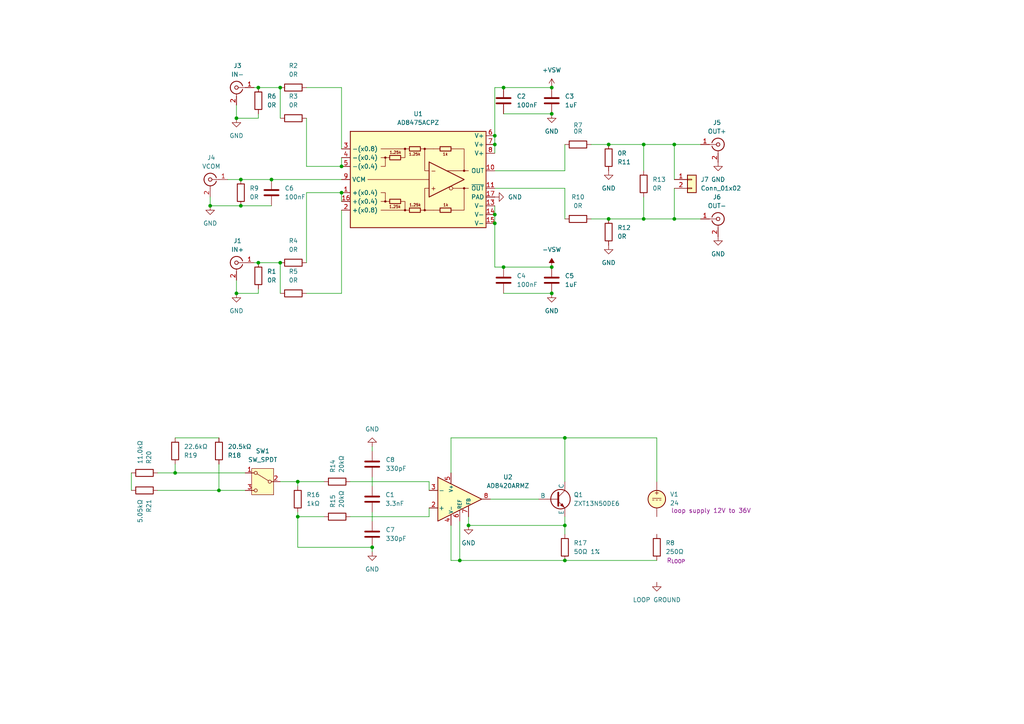
<source format=kicad_sch>
(kicad_sch (version 20250114) (generator "eeschema") (generator_version "9.0")
  (paper "A4")
  (lib_symbols
    (symbol "Connector:Conn_Coaxial" (pin_names (offset 1.016) (hide yes))
      (property "Reference" "J" (at 0.254 3.048 0))
      (property "Value" "Conn_Coaxial" (at 2.921 0 90))
      (symbol "Conn_Coaxial_0_1"
        (polyline (pts (xy -2.54 0) (xy -0.508 0)))
        (arc (start 1.778 0) (mid 0.222 -1.8079) (end -1.778 -0.508) (stroke (width 0.254)))
        (arc (start -1.778 0.508) (mid 0.2221 1.8084) (end 1.778 0) (stroke (width 0.254)))
        (circle (center 0 0) (radius 0.508) (stroke (width 0.2032)))
        (polyline (pts (xy 0 -2.54) (xy 0 -1.778)))
      )
      (symbol "Conn_Coaxial_1_1"
        (pin passive line (at -5.08 0 0) (length 2.54) (name "In") (number "1"))
        (pin passive line (at 0 -5.08 90) (length 2.54) (name "Ext") (number "2"))
      )
    )
    (symbol "Connector_Generic:Conn_01x02" (pin_names (offset 1.016) (hide yes))
      (property "Reference" "J" (at 0 2.54 0))
      (property "Value" "Conn_01x02" (at 0 -5.08 0))
      (symbol "Conn_01x02_1_1"
        (rectangle (start -1.27 1.27) (end 1.27 -3.81) (stroke (width 0.254)) (fill (type background)))
        (rectangle (start -1.27 0.127) (end 0 -0.127) (stroke (width 0.1524)))
        (rectangle (start -1.27 -2.413) (end 0 -2.667) (stroke (width 0.1524)))
        (pin passive line (at -5.08 0 0) (length 3.81) (name "Pin_1") (number "1"))
        (pin passive line (at -5.08 -2.54 0) (length 3.81) (name "Pin_2") (number "2"))
      )
    )
    (symbol "PCM_Amplifier_Differential_AKL:AD8475ACPZ"
      (property "Reference" "U" (at 0 19.05 0))
      (property "Value" "AD8475ACPZ" (at 0 16.51 0))
      (symbol "AD8475ACPZ_0_0"
        (rectangle (start -20.32 13.97) (end 19.05 -13.97) (stroke (width 0.254)) (fill (type background)))
        (circle (center -10.16 6.35) (radius 0.254) (stroke (width 0.1524)) (fill (type outline)))
        (polyline (pts (xy -10.16 6.35) (xy -10.16 3.81) (xy -11.43 3.81)) (stroke (width 0.1524)))
        (circle (center -10.16 -6.35) (radius 0.254) (stroke (width 0.1524)) (fill (type outline)))
        (polyline (pts (xy -10.16 -6.35) (xy -10.16 -3.81) (xy -11.43 -3.81)) (stroke (width 0.1524)))
        (polyline (pts (xy -8.89 6.35) (xy -11.43 6.35)) (stroke (width 0.1524)))
        (polyline (pts (xy -8.89 -6.35) (xy -11.43 -6.35)) (stroke (width 0.1524)))
        (polyline (pts (xy -5.715 6.35) (xy -4.445 6.35) (xy -4.445 8.89)) (stroke (width 0.1524)))
        (polyline (pts (xy -5.715 -6.35) (xy -4.445 -6.35) (xy -4.445 -8.89)) (stroke (width 0.1524)))
        (circle (center -4.445 8.89) (radius 0.254) (stroke (width 0.1524)) (fill (type outline)))
        (polyline (pts (xy -4.445 8.89) (xy -11.43 8.89)) (stroke (width 0.1524)))
        (circle (center -4.445 -8.89) (radius 0.254) (stroke (width 0.1524)) (fill (type outline)))
        (polyline (pts (xy -3.175 8.89) (xy -4.445 8.89)) (stroke (width 0.1524)))
        (polyline (pts (xy -3.175 -8.89) (xy -11.43 -8.89)) (stroke (width 0.1524)))
        (polyline (pts (xy 0 -8.89) (xy 1.27 -8.89) (xy 1.27 -2.54) (xy 2.54 -2.54)) (stroke (width 0.1524)))
        (polyline (pts (xy 1.27 8.89) (xy 3.81 8.89)) (stroke (width 0.1524)))
        (circle (center 1.27 8.89) (radius 0.254) (stroke (width 0.1524)) (fill (type outline)))
        (circle (center 1.27 -8.89) (radius 0.254) (stroke (width 0.1524)) (fill (type outline)))
        (polyline (pts (xy 2.54 2.54) (xy 1.27 2.54) (xy 1.27 8.89) (xy 0 8.89)) (stroke (width 0.1524)))
        (polyline (pts (xy 3.81 -8.89) (xy 1.27 -8.89)) (stroke (width 0.1524)))
        (polyline (pts (xy 5.715 8.89) (xy 3.81 8.89)) (stroke (width 0.1524)))
        (polyline (pts (xy 5.715 -8.89) (xy 3.81 -8.89)) (stroke (width 0.1524)))
        (polyline (pts (xy 8.89 8.89) (xy 12.7 8.89) (xy 12.7 2.54) (xy 7.62 2.54)) (stroke (width 0.1524)))
        (circle (center 8.89 -2.54) (radius 0.508) (stroke (width 0.1524)))
        (polyline (pts (xy 9.525 -2.54) (xy 9.398 -2.54)) (stroke (width 0.1524)))
        (polyline (pts (xy 11.43 -2.54) (xy 9.525 -2.54)) (stroke (width 0.1524)))
        (polyline (pts (xy 11.43 -2.54) (xy 12.7 -2.54) (xy 12.7 -8.89) (xy 8.89 -8.89)) (stroke (width 0.1524)))
        (polyline (pts (xy 12.7 2.54) (xy 13.97 2.54)) (stroke (width 0.1524)))
        (circle (center 12.7 2.54) (radius 0.254) (stroke (width 0.1524)) (fill (type outline)))
        (polyline (pts (xy 12.7 -2.54) (xy 13.97 -2.54)) (stroke (width 0.1524)))
        (circle (center 12.7 -2.54) (radius 0.254) (stroke (width 0.1524)) (fill (type outline)))
        (text "1.25k" (at -7.366 -7.874 0) (effects (font (size 0.8 0.8))))
        (text "1.25k" (at -7.239 7.874 0) (effects (font (size 0.8 0.8))))
        (text "1.25k" (at -1.651 7.366 0) (effects (font (size 0.8 0.8))))
        (text "1.25k" (at -1.524 -7.366 0) (effects (font (size 0.8 0.8))))
        (text "-" (at 3.81 2.54 0) (effects (font (size 1.27 1.27))))
        (text "+" (at 3.81 -2.54 0) (effects (font (size 1.27 1.27))))
        (text "1k" (at 7.239 7.366 0) (effects (font (size 0.8 0.8))))
        (text "1k" (at 7.366 -7.366 0) (effects (font (size 0.8 0.8))))
      )
      (symbol "AD8475ACPZ_0_1"
        (rectangle (start -8.89 6.985) (end -5.715 5.715) (stroke (width 0.254)))
        (rectangle (start -5.715 -6.985) (end -8.89 -5.715) (stroke (width 0.254)))
        (rectangle (start -3.175 -8.255) (end 0 -9.525) (stroke (width 0.254)))
        (rectangle (start 0 8.255) (end -3.175 9.525) (stroke (width 0.254)))
        (rectangle (start 5.715 -8.255) (end 8.89 -9.525) (stroke (width 0.254)))
        (rectangle (start 8.89 8.255) (end 5.715 9.525) (stroke (width 0.254)))
      )
      (symbol "AD8475ACPZ_0_2"
        (polyline (pts (xy -8.001 5.842) (xy -8.509 6.858) (xy -8.763 6.35)) (stroke (width 0.254)))
        (polyline (pts (xy -8.001 -6.858) (xy -8.509 -5.842) (xy -8.763 -6.35)) (stroke (width 0.254)))
        (polyline (pts (xy -5.715 6.35) (xy -5.969 5.842) (xy -6.477 6.858) (xy -6.985 5.842) (xy -7.493 6.858) (xy -8.001 5.842)) (stroke (width 0.254)))
        (polyline (pts (xy -5.715 -6.35) (xy -5.969 -6.858) (xy -6.477 -5.842) (xy -6.985 -6.858) (xy -7.493 -5.842) (xy -8.001 -6.858)) (stroke (width 0.254)))
        (polyline (pts (xy -2.286 8.382) (xy -2.794 9.398) (xy -3.048 8.89)) (stroke (width 0.254)))
        (polyline (pts (xy -2.286 -9.398) (xy -2.794 -8.382) (xy -3.048 -8.89)) (stroke (width 0.254)))
        (polyline (pts (xy 0 8.89) (xy -0.254 8.382) (xy -0.762 9.398) (xy -1.27 8.382) (xy -1.778 9.398) (xy -2.286 8.382)) (stroke (width 0.254)))
        (polyline (pts (xy 0 -8.89) (xy -0.254 -9.398) (xy -0.762 -8.382) (xy -1.27 -9.398) (xy -1.778 -8.382) (xy -2.286 -9.398)) (stroke (width 0.254)))
        (polyline (pts (xy 6.604 8.382) (xy 6.096 9.398) (xy 5.842 8.89)) (stroke (width 0.254)))
        (polyline (pts (xy 6.604 -9.398) (xy 6.096 -8.382) (xy 5.842 -8.89)) (stroke (width 0.254)))
        (polyline (pts (xy 8.89 8.89) (xy 8.636 8.382) (xy 8.128 9.398) (xy 7.62 8.382) (xy 7.112 9.398) (xy 6.604 8.382)) (stroke (width 0.254)))
        (polyline (pts (xy 8.89 -8.89) (xy 8.636 -9.398) (xy 8.128 -8.382) (xy 7.62 -9.398) (xy 7.112 -8.382) (xy 6.604 -9.398)) (stroke (width 0.254)))
      )
      (symbol "AD8475ACPZ_1_0"
        (polyline (pts (xy 2.54 5.08) (xy 2.54 -5.08) (xy 12.7 0) (xy 2.54 5.08)) (stroke (width 0.254)))
        (polyline (pts (xy 2.54 0) (xy -15.24 0)) (stroke (width 0.1524)))
      )
      (symbol "AD8475ACPZ_1_1"
        (pin input line (at -22.86 8.89 0) (length 2.54) (name "-(x0.8)") (number "3"))
        (pin input line (at -22.86 6.35 0) (length 2.54) (name "-(x0.4)") (number "4"))
        (pin input line (at -22.86 3.81 0) (length 2.54) (name "-(x0.4)") (number "5"))
        (pin input line (at -22.86 0 0) (length 2.54) (name "VCM") (number "9"))
        (pin input line (at -22.86 -3.81 0) (length 2.54) (name "+(x0.4)") (number "1"))
        (pin input line (at -22.86 -6.35 0) (length 2.54) (name "+(x0.4)") (number "16"))
        (pin input line (at -22.86 -8.89 0) (length 2.54) (name "+(x0.8)") (number "2"))
        (pin free line (at -1.27 0 0) (length 2.54) (hide yes) (name "NC") (number "12"))
        (pin power_in line (at 21.59 12.7 180) (length 2.54) (name "V+") (number "6"))
        (pin power_in line (at 21.59 10.16 180) (length 2.54) (name "V+") (number "7"))
        (pin power_in line (at 21.59 7.62 180) (length 2.54) (name "V+") (number "8"))
        (pin output line (at 21.59 2.54 180) (length 2.54) (name "OUT") (number "10"))
        (pin output line (at 21.59 -2.54 180) (length 2.54) (name "~{OUT}") (number "11"))
        (pin power_in line (at 21.59 -5.08 180) (length 2.54) (name "PAD") (number "17"))
        (pin power_in line (at 21.59 -7.62 180) (length 2.54) (name "V-") (number "13"))
        (pin power_in line (at 21.59 -10.16 180) (length 2.54) (name "V-") (number "14"))
        (pin power_in line (at 21.59 -12.7 180) (length 2.54) (name "V-") (number "15"))
      )
      (symbol "AD8475ACPZ_1_2"
        (pin input line (at -22.86 8.89 0) (length 2.54) (name "-(x0.8)") (number "3"))
        (pin input line (at -22.86 6.35 0) (length 2.54) (name "-(x0.4)") (number "4"))
        (pin input line (at -22.86 3.81 0) (length 2.54) (name "-(x0.4)") (number "5"))
        (pin input line (at -22.86 0 0) (length 2.54) (name "VCM") (number "9"))
        (pin input line (at -22.86 -3.81 0) (length 2.54) (name "+(x0.4)") (number "1"))
        (pin input line (at -22.86 -6.35 0) (length 2.54) (name "+(x0.4)") (number "16"))
        (pin input line (at -22.86 -8.89 0) (length 2.54) (name "+(x0.8)") (number "2"))
        (pin free line (at -1.27 0 0) (length 2.54) (hide yes) (name "NC") (number "12"))
        (pin power_in line (at 21.59 12.7 180) (length 2.54) (name "V+") (number "6"))
        (pin power_in line (at 21.59 10.16 180) (length 2.54) (name "V+") (number "7"))
        (pin power_in line (at 21.59 7.62 180) (length 2.54) (name "V+") (number "8"))
        (pin output line (at 21.59 2.54 180) (length 2.54) (name "OUT") (number "10"))
        (pin output line (at 21.59 -2.54 180) (length 2.54) (name "~{OUT}") (number "11"))
        (pin power_in line (at 21.59 -5.08 180) (length 2.54) (name "PAD") (number "17"))
        (pin power_in line (at 21.59 -7.62 180) (length 2.54) (name "V-") (number "13"))
        (pin power_in line (at 21.59 -10.16 180) (length 2.54) (name "V-") (number "14"))
        (pin power_in line (at 21.59 -12.7 180) (length 2.54) (name "V-") (number "15"))
      )
    )
    (symbol "PCM_Amplifier_Instrumentation_AKL:AD8420ARMZ" (pin_names (offset 0.2))
      (property "Reference" "U" (at 6.35 7.62 0))
      (property "Value" "AD8420ARMZ" (at 6.35 5.08 0))
      (symbol "AD8420ARMZ_0_1"
        (polyline (pts (xy -1.27 6.35) (xy -1.27 -6.35) (xy 11.43 0) (xy -1.27 6.35)) (stroke (width 0.254)) (fill (type background)))
      )
      (symbol "AD8420ARMZ_1_1"
        (pin input line (at -3.81 2.54 0) (length 2.54) (name "-") (number "3"))
        (pin input line (at -3.81 -2.54 0) (length 2.54) (name "+") (number "2"))
        (pin no_connect line (at 1.27 0 0) (length 2.54) (hide yes) (name "NC") (number "1"))
        (pin power_in line (at 2.54 7.62 270) (length 3.18) (name "V+") (number "5"))
        (pin power_in line (at 2.54 -7.62 90) (length 3.18) (name "V-") (number "4"))
        (pin input line (at 5.08 -6.35 90) (length 3.18) (name "REF") (number "6"))
        (pin input line (at 7.62 -5.08 90) (length 3.18) (name "FB") (number "7"))
        (pin output line (at 13.97 0 180) (length 2.54) (name "~") (number "8"))
      )
    )
    (symbol "PCM_Capacitor_AKL:C_1206" (pin_numbers (hide yes)) (pin_names (offset 0.254))
      (property "Reference" "C" (at 0.635 2.54 0))
      (property "Value" "C_1206" (at 0.635 -2.54 0))
      (symbol "C_1206_0_1"
        (polyline (pts (xy -2.032 0.762) (xy 2.032 0.762)) (stroke (width 0.508)))
        (polyline (pts (xy -2.032 -0.762) (xy 2.032 -0.762)) (stroke (width 0.508)))
      )
      (symbol "C_1206_0_2"
        (polyline (pts (xy -2.54 -2.54) (xy -0.381 -0.381)))
        (polyline (pts (xy -0.508 -0.508) (xy -1.651 0.635)) (stroke (width 0.508)))
        (polyline (pts (xy -0.508 -0.508) (xy 0.635 -1.651)) (stroke (width 0.508)))
        (polyline (pts (xy 0.381 0.381) (xy 2.54 2.54)))
        (polyline (pts (xy 0.508 0.508) (xy -0.635 1.651)) (stroke (width 0.508)))
        (polyline (pts (xy 0.508 0.508) (xy 1.651 -0.635)) (stroke (width 0.508)))
      )
      (symbol "C_1206_1_1"
        (pin passive line (at 0 3.81 270) (length 2.794) (name "~") (number "1"))
        (pin passive line (at 0 -3.81 90) (length 2.794) (name "~") (number "2"))
      )
      (symbol "C_1206_1_2"
        (pin passive line (at -2.54 -2.54 90) (length 0) (name "~") (number "2"))
        (pin passive line (at 2.54 2.54 270) (length 0) (name "~") (number "1"))
      )
    )
    (symbol "PCM_Resistor_AKL:R_1206" (pin_numbers (hide yes)) (pin_names (offset 0))
      (property "Reference" "R" (at 2.54 1.27 0))
      (property "Value" "R_1206" (at 2.54 -1.27 0))
      (symbol "R_1206_0_1"
        (rectangle (start -1.016 2.54) (end 1.016 -2.54) (stroke (width 0.254)))
      )
      (symbol "R_1206_0_2"
        (polyline (pts (xy -2.54 -2.54) (xy -1.524 -1.524)))
        (polyline (pts (xy 1.524 1.524) (xy 2.54 2.54)))
        (polyline (pts (xy 1.524 1.524) (xy 0.889 2.159) (xy -2.159 -0.889) (xy -0.889 -2.159) (xy 2.159 0.889) (xy 1.524 1.524)) (stroke (width 0.254)))
      )
      (symbol "R_1206_1_1"
        (pin passive line (at 0 3.81 270) (length 1.27) (name "~") (number "1"))
        (pin passive line (at 0 -3.81 90) (length 1.27) (name "~") (number "2"))
      )
      (symbol "R_1206_1_2"
        (pin passive line (at -2.54 -2.54 0) (length 0) (name "") (number "2"))
        (pin passive line (at 2.54 2.54 180) (length 0) (name "") (number "1"))
      )
    )
    (symbol "Simulation_SPICE:NPN" (pin_numbers (hide yes)) (pin_names (offset 0))
      (property "Reference" "Q" (at -2.54 7.62 0))
      (property "Value" "NPN" (at -2.54 5.08 0))
      (symbol "NPN_0_1"
        (polyline (pts (xy -2.54 0) (xy 0.635 0)) (stroke (width 0.1524)))
        (polyline (pts (xy 0.635 1.905) (xy 0.635 -1.905) (xy 0.635 -1.905)) (stroke (width 0.508)))
        (polyline (pts (xy 0.635 0.635) (xy 2.54 2.54)))
        (polyline (pts (xy 0.635 -0.635) (xy 2.54 -2.54) (xy 2.54 -2.54)))
        (circle (center 1.27 0) (radius 2.8194) (stroke (width 0.254)))
        (polyline (pts (xy 1.27 -1.778) (xy 1.778 -1.27) (xy 2.286 -2.286) (xy 1.27 -1.778) (xy 1.27 -1.778)) (fill (type outline)))
        (polyline (pts (xy 2.794 -1.27) (xy 2.794 -1.27)) (stroke (width 0.1524)))
        (polyline (pts (xy 2.794 -1.27) (xy 2.794 -1.27)) (stroke (width 0.1524)))
      )
      (symbol "NPN_1_1"
        (pin input line (at -5.08 0 0) (length 2.54) (name "B") (number "2"))
        (pin open_collector line (at 2.54 5.08 270) (length 2.54) (name "C") (number "1"))
        (pin open_emitter line (at 2.54 -5.08 90) (length 2.54) (name "E") (number "3"))
      )
    )
    (symbol "Simulation_SPICE:VDC" (pin_numbers (hide yes)) (pin_names (offset 0.0254))
      (property "Reference" "V" (at 2.54 2.54 0))
      (property "Value" "1" (at 2.54 0 0))
      (symbol "VDC_0_0"
        (polyline (pts (xy -1.27 0.254) (xy 1.27 0.254)))
        (polyline (pts (xy -0.762 -0.254) (xy -1.27 -0.254)))
        (polyline (pts (xy 0.254 -0.254) (xy -0.254 -0.254)))
        (polyline (pts (xy 1.27 -0.254) (xy 0.762 -0.254)))
        (text "+" (at 0 1.905 0) (effects (font (size 1.27 1.27))))
      )
      (symbol "VDC_0_1"
        (circle (center 0 0) (radius 2.54) (stroke (width 0.254)) (fill (type background)))
      )
      (symbol "VDC_1_1"
        (pin passive line (at 0 5.08 270) (length 2.54) (name "~") (number "1"))
        (pin passive line (at 0 -5.08 90) (length 2.54) (name "~") (number "2"))
      )
    )
    (symbol "Switch:SW_SPDT" (pin_names (offset 0) (hide yes))
      (property "Reference" "SW" (at 0 5.08 0))
      (property "Value" "SW_SPDT" (at 0 -5.08 0))
      (symbol "SW_SPDT_0_1"
        (circle (center -2.032 0) (radius 0.4572))
        (polyline (pts (xy -1.651 0.254) (xy 1.651 2.286)))
        (circle (center 2.032 2.54) (radius 0.4572))
        (circle (center 2.032 -2.54) (radius 0.4572))
      )
      (symbol "SW_SPDT_1_1"
        (rectangle (start -3.175 3.81) (end 3.175 -3.81) (fill (type background)))
        (pin passive line (at -5.08 0 0) (length 2.54) (name "B") (number "2"))
        (pin passive line (at 5.08 2.54 180) (length 2.54) (name "A") (number "1"))
        (pin passive line (at 5.08 -2.54 180) (length 2.54) (name "C") (number "3"))
      )
    )
    (symbol "power:+VSW" (power) (pin_numbers (hide yes)) (pin_names (offset 0) (hide yes))
      (property "Value" "+VSW" (at 0 3.556 0))
      (symbol "+VSW_0_1"
        (polyline (pts (xy -0.762 1.27) (xy 0 2.54)))
        (polyline (pts (xy 0 2.54) (xy 0.762 1.27)))
        (polyline (pts (xy 0 0) (xy 0 2.54)))
      )
      (symbol "+VSW_1_1"
        (pin power_in line (at 0 0 90) (length 0) (name "~") (number "1"))
      )
    )
    (symbol "power:-VSW" (power) (pin_numbers (hide yes)) (pin_names (offset 0) (hide yes))
      (property "Value" "-VSW" (at 0 3.556 0))
      (symbol "-VSW_0_0"
        (pin power_in line (at 0 0 90) (length 0) (name "~") (number "1"))
      )
      (symbol "-VSW_0_1"
        (polyline (pts (xy 0 0) (xy 0 1.27) (xy 0.762 1.27) (xy 0 2.54) (xy -0.762 1.27) (xy 0 1.27)) (fill (type outline)))
      )
    )
    (symbol "power:GND" (power) (pin_numbers (hide yes)) (pin_names (offset 0) (hide yes))
      (property "Value" "GND" (at 0 -3.81 0))
      (symbol "GND_0_1"
        (polyline (pts (xy 0 0) (xy 0 -1.27) (xy 1.27 -1.27) (xy 0 -2.54) (xy -1.27 -1.27) (xy 0 -1.27)))
      )
      (symbol "GND_1_1"
        (pin power_in line (at 0 0 270) (length 0) (name "~") (number "1"))
      )
    )
  )
  (junction (at 186.69 41.91))
  (junction (at 135.89 152.4))
  (junction (at 163.83 152.4))
  (junction (at 99.06 48.26))
  (junction (at 86.36 149.86))
  (junction (at 176.53 63.5))
  (junction (at 160.02 33.02))
  (junction (at 195.58 63.5))
  (junction (at 81.28 25.4))
  (junction (at 74.93 25.4))
  (junction (at 74.93 76.2))
  (junction (at 160.02 77.47))
  (junction (at 86.36 139.7))
  (junction (at 143.51 41.91))
  (junction (at 63.5 142.24))
  (junction (at 163.83 127))
  (junction (at 146.05 25.4))
  (junction (at 68.58 85.09))
  (junction (at 81.28 76.2))
  (junction (at 50.8 137.16))
  (junction (at 78.74 52.07))
  (junction (at 60.96 59.69))
  (junction (at 99.06 55.88))
  (junction (at 163.83 162.56))
  (junction (at 176.53 41.91))
  (junction (at 133.35 162.56))
  (junction (at 69.85 59.69))
  (junction (at 186.69 63.5))
  (junction (at 195.58 41.91))
  (junction (at 69.85 52.07))
  (junction (at 143.51 62.23))
  (junction (at 146.05 77.47))
  (junction (at 160.02 25.4))
  (junction (at 143.51 39.37))
  (junction (at 68.58 34.29))
  (junction (at 160.02 85.09))
  (junction (at 107.95 158.75))
  (junction (at 143.51 64.77))
  (wire (pts (xy 195.58 41.91) (xy 195.58 52.07)))
  (wire (pts (xy 186.69 41.91) (xy 186.69 49.53)))
  (wire (pts (xy 74.93 34.29) (xy 74.93 33.02)))
  (wire (pts (xy 74.93 76.2) (xy 81.28 76.2)))
  (wire (pts (xy 143.51 41.91) (xy 143.51 39.37)))
  (wire (pts (xy 74.93 85.09) (xy 74.93 83.82)))
  (wire (pts (xy 81.28 139.7) (xy 86.36 139.7)))
  (wire (pts (xy 68.58 34.29) (xy 74.93 34.29)))
  (wire (pts (xy 107.95 160.02) (xy 107.95 158.75)))
  (wire (pts (xy 101.6 149.86) (xy 124.46 149.86)))
  (wire (pts (xy 50.8 134.62) (xy 50.8 137.16)))
  (wire (pts (xy 107.95 148.59) (xy 107.95 151.13)))
  (wire (pts (xy 45.72 142.24) (xy 63.5 142.24)))
  (wire (pts (xy 195.58 54.61) (xy 195.58 63.5)))
  (wire (pts (xy 143.51 77.47) (xy 143.51 64.77)))
  (wire (pts (xy 86.36 139.7) (xy 93.98 139.7)))
  (wire (pts (xy 88.9 55.88) (xy 99.06 55.88)))
  (wire (pts (xy 124.46 142.24) (xy 124.46 139.7)))
  (wire (pts (xy 146.05 77.47) (xy 160.02 77.47)))
  (wire (pts (xy 81.28 25.4) (xy 81.28 34.29)))
  (wire (pts (xy 143.51 25.4) (xy 143.51 39.37)))
  (wire (pts (xy 86.36 148.59) (xy 86.36 149.86)))
  (wire (pts (xy 86.36 139.7) (xy 86.36 140.97)))
  (wire (pts (xy 69.85 52.07) (xy 78.74 52.07)))
  (wire (pts (xy 99.06 25.4) (xy 99.06 43.18)))
  (wire (pts (xy 101.6 139.7) (xy 124.46 139.7)))
  (wire (pts (xy 143.51 54.61) (xy 163.83 54.61)))
  (wire (pts (xy 186.69 41.91) (xy 195.58 41.91)))
  (wire (pts (xy 99.06 85.09) (xy 99.06 60.96)))
  (wire (pts (xy 63.5 134.62) (xy 63.5 142.24)))
  (wire (pts (xy 88.9 85.09) (xy 99.06 85.09)))
  (wire (pts (xy 143.51 77.47) (xy 146.05 77.47)))
  (wire (pts (xy 66.04 52.07) (xy 69.85 52.07)))
  (wire (pts (xy 146.05 85.09) (xy 160.02 85.09)))
  (wire (pts (xy 74.93 25.4) (xy 81.28 25.4)))
  (wire (pts (xy 143.51 62.23) (xy 143.51 64.77)))
  (wire (pts (xy 163.83 127) (xy 163.83 139.7)))
  (wire (pts (xy 69.85 59.69) (xy 78.74 59.69)))
  (wire (pts (xy 45.72 137.16) (xy 50.8 137.16)))
  (wire (pts (xy 176.53 63.5) (xy 186.69 63.5)))
  (wire (pts (xy 99.06 45.72) (xy 99.06 48.26)))
  (wire (pts (xy 86.36 158.75) (xy 107.95 158.75)))
  (wire (pts (xy 107.95 138.43) (xy 107.95 140.97)))
  (wire (pts (xy 60.96 59.69) (xy 69.85 59.69)))
  (wire (pts (xy 195.58 63.5) (xy 203.2 63.5)))
  (wire (pts (xy 68.58 81.28) (xy 68.58 85.09)))
  (wire (pts (xy 50.8 137.16) (xy 71.12 137.16)))
  (wire (pts (xy 163.83 162.56) (xy 190.5 162.56)))
  (wire (pts (xy 135.89 152.4) (xy 163.83 152.4)))
  (wire (pts (xy 176.53 41.91) (xy 186.69 41.91)))
  (wire (pts (xy 171.45 63.5) (xy 176.53 63.5)))
  (wire (pts (xy 88.9 25.4) (xy 99.06 25.4)))
  (wire (pts (xy 107.95 129.54) (xy 107.95 130.81)))
  (wire (pts (xy 130.81 127) (xy 130.81 137.16)))
  (wire (pts (xy 171.45 41.91) (xy 176.53 41.91)))
  (wire (pts (xy 135.89 152.4) (xy 135.89 149.86)))
  (wire (pts (xy 143.51 59.69) (xy 143.51 62.23)))
  (wire (pts (xy 146.05 33.02) (xy 160.02 33.02)))
  (wire (pts (xy 142.24 144.78) (xy 156.21 144.78)))
  (wire (pts (xy 195.58 41.91) (xy 203.2 41.91)))
  (wire (pts (xy 163.83 54.61) (xy 163.83 63.5)))
  (wire (pts (xy 130.81 162.56) (xy 133.35 162.56)))
  (wire (pts (xy 143.51 25.4) (xy 146.05 25.4)))
  (wire (pts (xy 68.58 30.48) (xy 68.58 34.29)))
  (wire (pts (xy 50.8 127) (xy 63.5 127)))
  (wire (pts (xy 99.06 55.88) (xy 99.06 58.42)))
  (wire (pts (xy 88.9 34.29) (xy 88.9 48.26)))
  (wire (pts (xy 63.5 142.24) (xy 71.12 142.24)))
  (wire (pts (xy 186.69 63.5) (xy 195.58 63.5)))
  (wire (pts (xy 81.28 76.2) (xy 81.28 85.09)))
  (wire (pts (xy 163.83 149.86) (xy 163.83 152.4)))
  (wire (pts (xy 130.81 152.4) (xy 130.81 162.56)))
  (wire (pts (xy 88.9 48.26) (xy 99.06 48.26)))
  (wire (pts (xy 186.69 57.15) (xy 186.69 63.5)))
  (wire (pts (xy 163.83 127) (xy 130.81 127)))
  (wire (pts (xy 146.05 25.4) (xy 160.02 25.4)))
  (wire (pts (xy 163.83 49.53) (xy 163.83 41.91)))
  (wire (pts (xy 133.35 151.13) (xy 133.35 162.56)))
  (wire (pts (xy 73.66 25.4) (xy 74.93 25.4)))
  (wire (pts (xy 124.46 147.32) (xy 124.46 149.86)))
  (wire (pts (xy 143.51 41.91) (xy 143.51 44.45)))
  (wire (pts (xy 190.5 127) (xy 163.83 127)))
  (wire (pts (xy 163.83 152.4) (xy 163.83 154.94)))
  (wire (pts (xy 133.35 162.56) (xy 163.83 162.56)))
  (wire (pts (xy 38.1 137.16) (xy 38.1 142.24)))
  (wire (pts (xy 68.58 85.09) (xy 74.93 85.09)))
  (wire (pts (xy 190.5 139.7) (xy 190.5 127)))
  (wire (pts (xy 86.36 149.86) (xy 86.36 158.75)))
  (wire (pts (xy 143.51 49.53) (xy 163.83 49.53)))
  (wire (pts (xy 73.66 76.2) (xy 74.93 76.2)))
  (wire (pts (xy 88.9 76.2) (xy 88.9 55.88)))
  (wire (pts (xy 60.96 57.15) (xy 60.96 59.69)))
  (wire (pts (xy 78.74 52.07) (xy 99.06 52.07)))
  (wire (pts (xy 86.36 149.86) (xy 93.98 149.86)))
  (symbol (lib_id "PCM_Resistor_AKL:R_1206") (at 163.83 158.75 180) (unit 1)
    (property "Reference" "R17" (at 166.37 157.4799 0) (effects (justify right)))
    (property "Value" "50Ω 1%" (at 166.37 160.0199 0) (effects (justify right)))
    (property "Footprint" "PCM_Resistor_SMD_AKL:R_1206_3216Metric" (effects (hide yes)))
    (property "Description" "SMD 1206 Chip Resistor, European Symbol, Alternate KiCad Library" (effects (hide yes)))
  )
  (symbol (lib_id "PCM_Resistor_AKL:R_1206") (at 50.8 130.81 0) (mirror y) (unit 1)
    (property "Reference" "R19" (at 53.34 132.0801 0) (effects (justify right)))
    (property "Value" "22.6kΩ" (at 53.34 129.5401 0) (effects (justify right)))
    (property "Footprint" "PCM_Resistor_SMD_AKL:R_1206_3216Metric" (effects (hide yes)))
    (property "Description" "SMD 1206 Chip Resistor, European Symbol, Alternate KiCad Library" (effects (hide yes)))
  )
  (symbol (lib_id "PCM_Resistor_AKL:R_1206") (at 74.93 80.01 180) (unit 1)
    (property "Reference" "R1" (at 77.47 78.7399 0) (effects (justify right)))
    (property "Value" "0R" (at 77.47 81.2799 0) (effects (justify right)))
    (property "Footprint" "PCM_Resistor_SMD_AKL:R_1206_3216Metric" (effects (hide yes)))
    (property "Description" "SMD 1206 Chip Resistor, European Symbol, Alternate KiCad Library" (effects (hide yes)))
  )
  (symbol (lib_id "Connector:Conn_Coaxial") (at 60.96 52.07 0) (mirror y) (unit 1)
    (property "Reference" "J4" (at 61.2774 45.72 0))
    (property "Value" "VCOM" (at 61.2774 48.26 0))
    (property "Description" "coaxial connector (BNC, SMA, SMB, SMC, Cinch/RCA, LEMO, ...)" (effects (hide yes)))
  )
  (symbol (lib_id "power:GND") (at 160.02 85.09 0) (unit 1)
    (property "Reference" "#PWR06" (effects (hide yes)))
    (property "Value" "GND" (at 160.02 90.17 0))
    (property "Description" "Power symbol creates a global label with name \"GND\" , ground" (effects (hide yes)))
  )
  (symbol (lib_id "power:GND") (at 68.58 34.29 0) (unit 1)
    (property "Reference" "#PWR04" (effects (hide yes)))
    (property "Value" "GND" (at 68.58 39.37 0))
    (property "Description" "Power symbol creates a global label with name \"GND\" , ground" (effects (hide yes)))
  )
  (symbol (lib_id "PCM_Capacitor_AKL:C_1206") (at 107.95 144.78 0) (unit 1)
    (property "Reference" "C1" (at 111.76 143.5099 0) (effects (justify left)))
    (property "Value" "3.3nF" (at 111.76 146.0499 0) (effects (justify left)))
    (property "Footprint" "PCM_Capacitor_SMD_AKL:C_1206_3216Metric" (effects (hide yes)))
    (property "Description" "SMD 1206 MLCC capacitor, Alternate KiCad Library" (effects (hide yes)))
  )
  (symbol (lib_id "PCM_Resistor_AKL:R_1206") (at 186.69 53.34 180) (unit 1)
    (property "Reference" "R13" (at 189.23 52.0699 0) (effects (justify right)))
    (property "Value" "0R" (at 189.23 54.6099 0) (effects (justify right)))
    (property "Footprint" "PCM_Resistor_SMD_AKL:R_1206_3216Metric" (effects (hide yes)))
    (property "Description" "SMD 1206 Chip Resistor, European Symbol, Alternate KiCad Library" (effects (hide yes)))
  )
  (symbol (lib_id "Simulation_SPICE:NPN") (at 161.29 144.78 0) (unit 1)
    (property "Reference" "Q1" (at 166.37 143.5099 0) (effects (justify left)))
    (property "Value" "ZXT13N50DE6" (at 166.37 146.0499 0) (effects (justify left)))
    (property "Datasheet" "https://ngspice.sourceforge.io/docs/ngspice-html-manual/manual.xhtml#cha_BJTs" (effects (hide yes)))
    (property "Description" "Bipolar transistor symbol for simulation only, substrate tied to the emitter" (effects (hide yes)))
    (property "Sim.Device" "NPN" (effects (hide yes)))
    (property "Sim.Type" "GUMMELPOON" (effects (hide yes)))
    (property "Sim.Pins" "1=C 2=B 3=E" (effects (hide yes)))
  )
  (symbol (lib_id "Connector:Conn_Coaxial") (at 208.28 41.91 0) (unit 1)
    (property "Reference" "J5" (at 207.9626 35.56 0))
    (property "Value" "OUT+" (at 207.9626 38.1 0))
    (property "Description" "coaxial connector (BNC, SMA, SMB, SMC, Cinch/RCA, LEMO, ...)" (effects (hide yes)))
  )
  (symbol (lib_id "PCM_Resistor_AKL:R_1206") (at 97.79 139.7 270) (unit 1)
    (property "Reference" "R14" (at 96.5199 137.16 0) (effects (justify right)))
    (property "Value" "20kΩ" (at 99.0599 137.16 0) (effects (justify right)))
    (property "Footprint" "PCM_Resistor_SMD_AKL:R_1206_3216Metric" (effects (hide yes)))
    (property "Description" "SMD 1206 Chip Resistor, European Symbol, Alternate KiCad Library" (effects (hide yes)))
  )
  (symbol (lib_id "power:GND") (at 60.96 59.69 0) (unit 1)
    (property "Reference" "#PWR07" (effects (hide yes)))
    (property "Value" "GND" (at 60.96 64.77 0))
    (property "Description" "Power symbol creates a global label with name \"GND\" , ground" (effects (hide yes)))
  )
  (symbol (lib_id "Connector:Conn_Coaxial") (at 68.58 76.2 0) (mirror y) (unit 1)
    (property "Reference" "J1" (at 68.8974 69.85 0))
    (property "Value" "IN+" (at 68.8974 72.39 0))
    (property "Description" "coaxial connector (BNC, SMA, SMB, SMC, Cinch/RCA, LEMO, ...)" (effects (hide yes)))
  )
  (symbol (lib_id "PCM_Resistor_AKL:R_1206") (at 176.53 45.72 0) (mirror y) (unit 1)
    (property "Reference" "R11" (at 179.07 46.9901 0) (effects (justify right)))
    (property "Value" "0R" (at 179.07 44.4501 0) (effects (justify right)))
    (property "Footprint" "PCM_Resistor_SMD_AKL:R_1206_3216Metric" (effects (hide yes)))
    (property "Description" "SMD 1206 Chip Resistor, European Symbol, Alternate KiCad Library" (effects (hide yes)))
  )
  (symbol (lib_id "power:GND") (at 208.28 68.58 0) (unit 1)
    (property "Reference" "#PWR011" (effects (hide yes)))
    (property "Value" "GND" (at 208.28 73.66 0))
    (property "Description" "Power symbol creates a global label with name \"GND\" , ground" (effects (hide yes)))
  )
  (symbol (lib_id "power:GND") (at 208.28 46.99 0) (unit 1)
    (property "Reference" "#PWR010" (effects (hide yes)))
    (property "Value" "GND" (at 208.28 52.07 0))
    (property "Description" "Power symbol creates a global label with name \"GND\" , ground" (effects (hide yes)))
  )
  (symbol (lib_id "Switch:SW_SPDT") (at 76.2 139.7 0) (mirror y) (unit 1)
    (property "Reference" "SW1" (at 76.2 130.81 0))
    (property "Value" "SW_SPDT" (at 76.2 133.35 0))
    (property "Description" "Switch, single pole double throw" (effects (hide yes)))
  )
  (symbol (lib_id "PCM_Capacitor_AKL:C_1206") (at 78.74 55.88 0) (unit 1)
    (property "Reference" "C6" (at 82.55 54.6099 0) (effects (justify left)))
    (property "Value" "100nF" (at 82.55 57.1499 0) (effects (justify left)))
    (property "Footprint" "PCM_Capacitor_SMD_AKL:C_1206_3216Metric" (effects (hide yes)))
    (property "Description" "SMD 1206 MLCC capacitor, Alternate KiCad Library" (effects (hide yes)))
  )
  (symbol (lib_id "Simulation_SPICE:VDC") (at 190.5 144.78 0) (unit 1)
    (property "Reference" "V1" (at 194.31 143.3801 0) (effects (justify left)))
    (property "Value" "24" (at 194.31 145.9201 0) (effects (justify left)))
    (property "Datasheet" "https://ngspice.sourceforge.io/docs/ngspice-html-manual/manual.xhtml#sec_Independent_Sources_for" (effects (hide yes)))
    (property "Description" "Voltage source, DC" (effects (hide yes)))
    (property "Sim.Pins" "1=+ 2=-" (effects (hide yes)))
    (property "Sim.Type" "DC" (effects (hide yes)))
    (property "Sim.Device" "V" (effects (hide yes)))
    (property "MS" "loop supply 12V to 36V" (at 206.248 148.082 0))
  )
  (symbol (lib_id "PCM_Capacitor_AKL:C_1206") (at 160.02 81.28 0) (unit 1)
    (property "Reference" "C5" (at 163.83 80.0099 0) (effects (justify left)))
    (property "Value" "1uF" (at 163.83 82.5499 0) (effects (justify left)))
    (property "Footprint" "PCM_Capacitor_SMD_AKL:C_1206_3216Metric" (effects (hide yes)))
    (property "Description" "SMD 1206 MLCC capacitor, Alternate KiCad Library" (effects (hide yes)))
  )
  (symbol (lib_id "PCM_Resistor_AKL:R_1206") (at 190.5 158.75 180) (unit 1)
    (property "Reference" "R8" (at 193.04 157.4799 0) (effects (justify right)))
    (property "Value" "250Ω" (at 193.04 160.0199 0) (effects (justify right)))
    (property "Footprint" "PCM_Resistor_SMD_AKL:R_1206_3216Metric" (effects (hide yes)))
    (property "Description" "SMD 1206 Chip Resistor, European Symbol, Alternate KiCad Library" (effects (hide yes)))
    (property "MS" "R_{LOOP}" (at 196.088 162.56 0))
  )
  (symbol (lib_id "PCM_Resistor_AKL:R_1206") (at 74.93 29.21 180) (unit 1)
    (property "Reference" "R6" (at 77.47 27.9399 0) (effects (justify right)))
    (property "Value" "0R" (at 77.47 30.4799 0) (effects (justify right)))
    (property "Footprint" "PCM_Resistor_SMD_AKL:R_1206_3216Metric" (effects (hide yes)))
    (property "Description" "SMD 1206 Chip Resistor, European Symbol, Alternate KiCad Library" (effects (hide yes)))
  )
  (symbol (lib_id "PCM_Resistor_AKL:R_1206") (at 85.09 85.09 90) (unit 1)
    (property "Reference" "R5" (at 85.09 78.74 90))
    (property "Value" "0R" (at 85.09 81.28 90))
    (property "Footprint" "PCM_Resistor_SMD_AKL:R_1206_3216Metric" (effects (hide yes)))
    (property "Description" "SMD 1206 Chip Resistor, European Symbol, Alternate KiCad Library" (effects (hide yes)))
  )
  (symbol (lib_id "PCM_Resistor_AKL:R_1206") (at 167.64 41.91 90) (unit 1)
    (property "Reference" "R7" (at 167.64 36.322 90))
    (property "Value" "0R" (at 167.64 38.1 90))
    (property "Footprint" "PCM_Resistor_SMD_AKL:R_1206_3216Metric" (effects (hide yes)))
    (property "Description" "SMD 1206 Chip Resistor, European Symbol, Alternate KiCad Library" (effects (hide yes)))
  )
  (symbol (lib_id "Connector:Conn_Coaxial") (at 208.28 63.5 0) (unit 1)
    (property "Reference" "J6" (at 207.9626 57.15 0))
    (property "Value" "OUT-" (at 207.9626 59.69 0))
    (property "Description" "coaxial connector (BNC, SMA, SMB, SMC, Cinch/RCA, LEMO, ...)" (effects (hide yes)))
  )
  (symbol (lib_id "PCM_Resistor_AKL:R_1206") (at 69.85 55.88 180) (unit 1)
    (property "Reference" "R9" (at 72.39 54.6099 0) (effects (justify right)))
    (property "Value" "0R" (at 72.39 57.1499 0) (effects (justify right)))
    (property "Footprint" "PCM_Resistor_SMD_AKL:R_1206_3216Metric" (effects (hide yes)))
    (property "Description" "SMD 1206 Chip Resistor, European Symbol, Alternate KiCad Library" (effects (hide yes)))
  )
  (symbol (lib_id "power:GND") (at 160.02 33.02 0) (unit 1)
    (property "Reference" "#PWR05" (effects (hide yes)))
    (property "Value" "GND" (at 160.02 38.1 0))
    (property "Description" "Power symbol creates a global label with name \"GND\" , ground" (effects (hide yes)))
  )
  (symbol (lib_id "PCM_Resistor_AKL:R_1206") (at 85.09 34.29 90) (unit 1)
    (property "Reference" "R3" (at 85.09 27.94 90))
    (property "Value" "0R" (at 85.09 30.48 90))
    (property "Footprint" "PCM_Resistor_SMD_AKL:R_1206_3216Metric" (effects (hide yes)))
    (property "Description" "SMD 1206 Chip Resistor, European Symbol, Alternate KiCad Library" (effects (hide yes)))
  )
  (symbol (lib_id "power:GND") (at 107.95 160.02 0) (unit 1)
    (property "Reference" "#PWR03" (effects (hide yes)))
    (property "Value" "GND" (at 107.95 165.1 0))
    (property "Description" "Power symbol creates a global label with name \"GND\" , ground" (effects (hide yes)))
  )
  (symbol (lib_id "PCM_Capacitor_AKL:C_1206") (at 146.05 29.21 0) (unit 1)
    (property "Reference" "C2" (at 149.86 27.9399 0) (effects (justify left)))
    (property "Value" "100nF" (at 149.86 30.4799 0) (effects (justify left)))
    (property "Footprint" "PCM_Capacitor_SMD_AKL:C_1206_3216Metric" (effects (hide yes)))
    (property "Description" "SMD 1206 MLCC capacitor, Alternate KiCad Library" (effects (hide yes)))
  )
  (symbol (lib_id "PCM_Resistor_AKL:R_1206") (at 41.91 142.24 90) (unit 1)
    (property "Reference" "R21" (at 43.1801 144.78 0) (effects (justify right)))
    (property "Value" "5.05kΩ" (at 40.6401 144.78 0) (effects (justify right)))
    (property "Footprint" "PCM_Resistor_SMD_AKL:R_1206_3216Metric" (effects (hide yes)))
    (property "Description" "SMD 1206 Chip Resistor, European Symbol, Alternate KiCad Library" (effects (hide yes)))
  )
  (symbol (lib_id "PCM_Capacitor_AKL:C_1206") (at 160.02 29.21 0) (unit 1)
    (property "Reference" "C3" (at 163.83 27.9399 0) (effects (justify left)))
    (property "Value" "1uF" (at 163.83 30.4799 0) (effects (justify left)))
    (property "Footprint" "PCM_Capacitor_SMD_AKL:C_1206_3216Metric" (effects (hide yes)))
    (property "Description" "SMD 1206 MLCC capacitor, Alternate KiCad Library" (effects (hide yes)))
  )
  (symbol (lib_id "PCM_Resistor_AKL:R_1206") (at 167.64 63.5 90) (unit 1)
    (property "Reference" "R10" (at 167.64 57.15 90))
    (property "Value" "0R" (at 167.64 59.69 90))
    (property "Footprint" "PCM_Resistor_SMD_AKL:R_1206_3216Metric" (effects (hide yes)))
    (property "Description" "SMD 1206 Chip Resistor, European Symbol, Alternate KiCad Library" (effects (hide yes)))
  )
  (symbol (lib_id "PCM_Resistor_AKL:R_1206") (at 41.91 137.16 90) (mirror x) (unit 1)
    (property "Reference" "R20" (at 43.1801 134.62 0) (effects (justify right)))
    (property "Value" "11.0kΩ" (at 40.6401 134.62 0) (effects (justify right)))
    (property "Footprint" "PCM_Resistor_SMD_AKL:R_1206_3216Metric" (effects (hide yes)))
    (property "Description" "SMD 1206 Chip Resistor, European Symbol, Alternate KiCad Library" (effects (hide yes)))
  )
  (symbol (lib_id "PCM_Resistor_AKL:R_1206") (at 176.53 67.31 180) (unit 1)
    (property "Reference" "R12" (at 179.07 66.0399 0) (effects (justify right)))
    (property "Value" "0R" (at 179.07 68.5799 0) (effects (justify right)))
    (property "Footprint" "PCM_Resistor_SMD_AKL:R_1206_3216Metric" (effects (hide yes)))
    (property "Description" "SMD 1206 Chip Resistor, European Symbol, Alternate KiCad Library" (effects (hide yes)))
  )
  (symbol (lib_id "power:GND") (at 68.58 85.09 0) (unit 1)
    (property "Reference" "#PWR01" (effects (hide yes)))
    (property "Value" "GND" (at 68.58 90.17 0))
    (property "Description" "Power symbol creates a global label with name \"GND\" , ground" (effects (hide yes)))
  )
  (symbol (lib_id "PCM_Resistor_AKL:R_1206") (at 63.5 130.81 0) (mirror y) (unit 1)
    (property "Reference" "R18" (at 66.04 132.0801 0) (effects (justify right)))
    (property "Value" "20.5kΩ" (at 66.04 129.5401 0) (effects (justify right)))
    (property "Footprint" "PCM_Resistor_SMD_AKL:R_1206_3216Metric" (effects (hide yes)))
    (property "Description" "SMD 1206 Chip Resistor, European Symbol, Alternate KiCad Library" (effects (hide yes)))
  )
  (symbol (lib_id "power:GND") (at 176.53 71.12 0) (unit 1)
    (property "Reference" "#PWR013" (effects (hide yes)))
    (property "Value" "GND" (at 176.53 76.2 0))
    (property "Description" "Power symbol creates a global label with name \"GND\" , ground" (effects (hide yes)))
  )
  (symbol (lib_id "PCM_Resistor_AKL:R_1206") (at 86.36 144.78 180) (unit 1)
    (property "Reference" "R16" (at 88.9 143.5099 0) (effects (justify right)))
    (property "Value" "1kΩ" (at 88.9 146.0499 0) (effects (justify right)))
    (property "Footprint" "PCM_Resistor_SMD_AKL:R_1206_3216Metric" (effects (hide yes)))
    (property "Description" "SMD 1206 Chip Resistor, European Symbol, Alternate KiCad Library" (effects (hide yes)))
  )
  (symbol (lib_id "PCM_Resistor_AKL:R_1206") (at 85.09 76.2 90) (unit 1)
    (property "Reference" "R4" (at 85.09 69.85 90))
    (property "Value" "0R" (at 85.09 72.39 90))
    (property "Footprint" "PCM_Resistor_SMD_AKL:R_1206_3216Metric" (effects (hide yes)))
    (property "Description" "SMD 1206 Chip Resistor, European Symbol, Alternate KiCad Library" (effects (hide yes)))
  )
  (symbol (lib_id "power:-VSW") (at 160.02 77.47 0) (unit 1)
    (property "Reference" "#PWR09" (effects (hide yes)))
    (property "Value" "-VSW" (at 160.02 72.39 0))
    (property "Description" "Power symbol creates a global label with name \"-VSW\"" (effects (hide yes)))
  )
  (symbol (lib_id "PCM_Amplifier_Instrumentation_AKL:AD8420ARMZ") (at 128.27 144.78 0) (unit 1)
    (property "Reference" "U2" (at 147.32 138.3598 0))
    (property "Value" "AD8420ARMZ" (at 147.32 140.8998 0))
    (property "Footprint" "PCM_Package_SO_AKL:MSOP-8_3x3mm_P0.65mm" (effects (hide yes)))
    (property "Datasheet" "https://www.analog.com/media/en/technical-documentation/data-sheets/ad8420.pdf" (effects (hide yes)))
    (property "Description" "MSOP-8 Micropower Rail-to-Rail Instrumentation Amplifier, 125μV Offset, 1μV/°C drift, 1 to 1001 gain, Alternate KiCAD Library" (effects (hide yes)))
  )
  (symbol (lib_id "power:+VSW") (at 160.02 25.4 0) (unit 1)
    (property "Reference" "#PWR08" (effects (hide yes)))
    (property "Value" "+VSW" (at 160.02 20.32 0))
    (property "Description" "Power symbol creates a global label with name \"+VSW\"" (effects (hide yes)))
  )
  (symbol (lib_id "PCM_Capacitor_AKL:C_1206") (at 146.05 81.28 0) (unit 1)
    (property "Reference" "C4" (at 149.86 80.0099 0) (effects (justify left)))
    (property "Value" "100nF" (at 149.86 82.5499 0) (effects (justify left)))
    (property "Footprint" "PCM_Capacitor_SMD_AKL:C_1206_3216Metric" (effects (hide yes)))
    (property "Description" "SMD 1206 MLCC capacitor, Alternate KiCad Library" (effects (hide yes)))
  )
  (symbol (lib_id "PCM_Resistor_AKL:R_1206") (at 97.79 149.86 270) (unit 1)
    (property "Reference" "R15" (at 96.5199 147.32 0) (effects (justify right)))
    (property "Value" "20kΩ" (at 99.0599 147.32 0) (effects (justify right)))
    (property "Footprint" "PCM_Resistor_SMD_AKL:R_1206_3216Metric" (effects (hide yes)))
    (property "Description" "SMD 1206 Chip Resistor, European Symbol, Alternate KiCad Library" (effects (hide yes)))
  )
  (symbol (lib_id "power:GND") (at 107.95 129.54 180) (unit 1)
    (property "Reference" "#PWR015" (effects (hide yes)))
    (property "Value" "GND" (at 107.95 124.46 0))
    (property "Description" "Power symbol creates a global label with name \"GND\" , ground" (effects (hide yes)))
  )
  (symbol (lib_id "power:GND") (at 176.53 49.53 0) (mirror y) (unit 1)
    (property "Reference" "#PWR012" (effects (hide yes)))
    (property "Value" "GND" (at 176.53 54.61 0))
    (property "Description" "Power symbol creates a global label with name \"GND\" , ground" (effects (hide yes)))
  )
  (symbol (lib_id "PCM_Amplifier_Differential_AKL:AD8475ACPZ") (at 121.92 52.07 0) (unit 1)
    (property "Reference" "U1" (at 121.285 33.02 0))
    (property "Value" "AD8475ACPZ" (at 121.285 35.56 0))
    (property "Footprint" "PCM_Package_DFN_QFN_AKL:QFN-16-1EP_3x3mm_P0.5mm_EP1.75x1.75mm" (effects (hide yes)))
    (property "Datasheet" "https://www.tme.eu/Document/5ace49f476beaeeff69ea7779164e20a/AD8475.pdf" (effects (hide yes)))
    (property "Description" "QFN-16 Precision Differential Amplifier with 0.4/0.8 Selectable Gain, 150MHz Bandwidth, -122dB THD+N, 500μV Offset, Alternate KiCAD Library" (effects (hide yes)))
  )
  (symbol (lib_id "power:GND") (at 135.89 152.4 0) (unit 1)
    (property "Reference" "#PWR016" (effects (hide yes)))
    (property "Value" "GND" (at 135.89 157.48 0))
    (property "Description" "Power symbol creates a global label with name \"GND\" , ground" (effects (hide yes)))
  )
  (symbol (lib_id "PCM_Capacitor_AKL:C_1206") (at 107.95 134.62 0) (unit 1)
    (property "Reference" "C8" (at 111.841 133.3499 0) (effects (justify left)))
    (property "Value" "330pF" (at 111.841 135.8899 0) (effects (justify left)))
    (property "Footprint" "PCM_Capacitor_SMD_AKL:C_1206_3216Metric" (effects (hide yes)))
    (property "Description" "SMD 1206 MLCC capacitor, Alternate KiCad Library" (effects (hide yes)))
  )
  (symbol (lib_id "power:GND") (at 143.51 57.15 90) (unit 1)
    (property "Reference" "#PWR014" (effects (hide yes)))
    (property "Value" "GND" (at 147.32 57.1499 90) (effects (justify right)))
    (property "Description" "Power symbol creates a global label with name \"GND\" , ground" (effects (hide yes)))
  )
  (symbol (lib_id "PCM_Capacitor_AKL:C_1206") (at 107.95 154.94 0) (unit 1)
    (property "Reference" "C7" (at 111.841 153.6699 0) (effects (justify left)))
    (property "Value" "330pF" (at 111.841 156.2099 0) (effects (justify left)))
    (property "Footprint" "PCM_Capacitor_SMD_AKL:C_1206_3216Metric" (effects (hide yes)))
    (property "Description" "SMD 1206 MLCC capacitor, Alternate KiCad Library" (effects (hide yes)))
  )
  (symbol (lib_id "Connector_Generic:Conn_01x02") (at 200.66 52.07 0) (unit 1)
    (property "Reference" "J7" (at 203.2 52.0699 0) (effects (justify left)))
    (property "Value" "Conn_01x02" (at 203.2 54.6099 0) (effects (justify left)))
    (property "Description" "Generic connector, single row, 01x02, script generated (kicad-library-utils/schlib/autogen/connector/)" (effects (hide yes)))
  )
  (symbol (lib_id "PCM_Resistor_AKL:R_1206") (at 85.09 25.4 90) (unit 1)
    (property "Reference" "R2" (at 85.09 19.05 90))
    (property "Value" "0R" (at 85.09 21.59 90))
    (property "Footprint" "PCM_Resistor_SMD_AKL:R_1206_3216Metric" (effects (hide yes)))
    (property "Description" "SMD 1206 Chip Resistor, European Symbol, Alternate KiCad Library" (effects (hide yes)))
  )
  (symbol (lib_id "power:GND") (at 190.5 168.91 0) (unit 1)
    (property "Reference" "#PWR02" (effects (hide yes)))
    (property "Value" "LOOP GROUND" (at 190.5 173.99 0))
    (property "Description" "Power symbol creates a global label with name \"GND\" , ground" (effects (hide yes)))
  )
  (symbol (lib_id "Connector:Conn_Coaxial") (at 68.58 25.4 0) (mirror y) (unit 1)
    (property "Reference" "J3" (at 68.8974 19.05 0))
    (property "Value" "IN-" (at 68.8974 21.59 0))
    (property "Description" "coaxial connector (BNC, SMA, SMB, SMC, Cinch/RCA, LEMO, ...)" (effects (hide yes)))
  )
)
</source>
